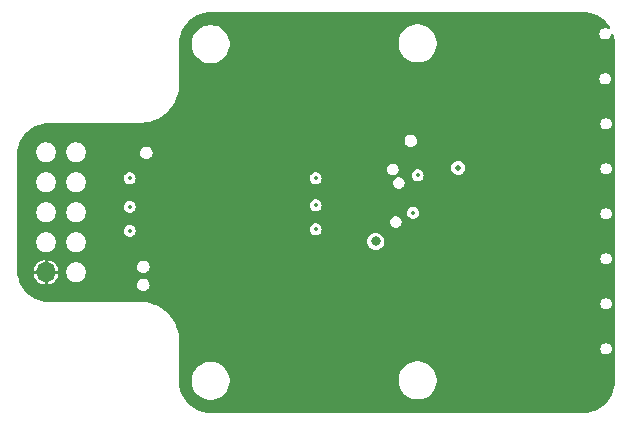
<source format=gbr>
%TF.GenerationSoftware,KiCad,Pcbnew,8.0.4*%
%TF.CreationDate,2024-07-26T08:44:17-07:00*%
%TF.ProjectId,GOLD,474f4c44-2e6b-4696-9361-645f70636258,0*%
%TF.SameCoordinates,Original*%
%TF.FileFunction,Copper,L3,Inr*%
%TF.FilePolarity,Positive*%
%FSLAX46Y46*%
G04 Gerber Fmt 4.6, Leading zero omitted, Abs format (unit mm)*
G04 Created by KiCad (PCBNEW 8.0.4) date 2024-07-26 08:44:17*
%MOMM*%
%LPD*%
G01*
G04 APERTURE LIST*
%TA.AperFunction,ComponentPad*%
%ADD10O,1.700000X1.700000*%
%TD*%
%TA.AperFunction,ViaPad*%
%ADD11C,0.800000*%
%TD*%
%TA.AperFunction,ViaPad*%
%ADD12C,0.500000*%
%TD*%
%TA.AperFunction,ViaPad*%
%ADD13C,0.350000*%
%TD*%
G04 APERTURE END LIST*
D10*
%TO.N,+3.3V*%
%TO.C,J1*%
X-13931681Y9211679D03*
%TD*%
D11*
%TO.N,+3.3V*%
X19749869Y19304000D03*
X-9517481Y9652000D03*
D12*
X12656719Y18643600D03*
D11*
X-9517481Y8128000D03*
D12*
X15577719Y14732000D03*
D13*
%TO.N,GND*%
X-6850481Y14732000D03*
X17533519Y17399000D03*
X8897519Y14859000D03*
D11*
X13977519Y11811000D03*
D12*
X20962519Y18034000D03*
D13*
X8897519Y12827000D03*
X8897519Y17145000D03*
X-6850481Y12700000D03*
X17152519Y14224000D03*
X-6850481Y17145000D03*
%TD*%
%TA.AperFunction,Conductor*%
%TO.N,+3.3V*%
G36*
X31555044Y31222663D02*
G01*
X31846703Y31206283D01*
X31860739Y31204702D01*
X32145244Y31156362D01*
X32159002Y31153222D01*
X32436309Y31073331D01*
X32449640Y31068666D01*
X32716249Y30958232D01*
X32728979Y30952101D01*
X32981548Y30812512D01*
X32993498Y30805003D01*
X33215277Y30647641D01*
X33228854Y30638008D01*
X33239901Y30629198D01*
X33455069Y30436910D01*
X33465051Y30426929D01*
X33657359Y30211735D01*
X33666150Y30200711D01*
X33709233Y30139991D01*
X33819404Y29984719D01*
X33842510Y29917588D01*
X33825655Y29848621D01*
X33774189Y29799716D01*
X33704452Y29786398D01*
X33648524Y29805808D01*
X33610262Y29830397D01*
X33477636Y29869341D01*
X33477633Y29869341D01*
X33339405Y29869341D01*
X33339401Y29869341D01*
X33206775Y29830397D01*
X33090491Y29755667D01*
X33090487Y29755664D01*
X32999972Y29651204D01*
X32942548Y29525462D01*
X32942546Y29525456D01*
X32922876Y29388645D01*
X32922876Y29388638D01*
X32942546Y29251827D01*
X32942547Y29251822D01*
X32942548Y29251820D01*
X32993948Y29139269D01*
X32999972Y29126079D01*
X33090487Y29021619D01*
X33090491Y29021616D01*
X33148633Y28984251D01*
X33206776Y28946885D01*
X33313124Y28915658D01*
X33339401Y28907942D01*
X33339402Y28907942D01*
X33339405Y28907941D01*
X33339408Y28907941D01*
X33477630Y28907941D01*
X33477633Y28907941D01*
X33610262Y28946885D01*
X33726548Y29021617D01*
X33726550Y29021619D01*
X33817065Y29126079D01*
X33817065Y29126081D01*
X33817068Y29126083D01*
X33874490Y29251820D01*
X33881597Y29301255D01*
X33911088Y29365832D01*
X33970814Y29404217D01*
X34041810Y29404218D01*
X34101537Y29365835D01*
X34127390Y29318202D01*
X34181363Y29130855D01*
X34184507Y29117079D01*
X34232842Y28832586D01*
X34234424Y28818545D01*
X34250820Y28526556D01*
X34251018Y28519492D01*
X34251018Y28465619D01*
X34251019Y28465606D01*
X34251019Y55326D01*
X34251018Y55308D01*
X34251018Y3535D01*
X34250820Y-3529D01*
X34234443Y-295187D01*
X34232861Y-309228D01*
X34184526Y-593722D01*
X34181382Y-607498D01*
X34101495Y-884797D01*
X34096828Y-898134D01*
X33986395Y-1164745D01*
X33980264Y-1177475D01*
X33840676Y-1430043D01*
X33833164Y-1441999D01*
X33666173Y-1677354D01*
X33657363Y-1688401D01*
X33465079Y-1903568D01*
X33455088Y-1913560D01*
X33239913Y-2105853D01*
X33228866Y-2114663D01*
X32993512Y-2281656D01*
X32981548Y-2289173D01*
X32728986Y-2428760D01*
X32716256Y-2434891D01*
X32449650Y-2545324D01*
X32436312Y-2549991D01*
X32159015Y-2629879D01*
X32145240Y-2633023D01*
X31860743Y-2681361D01*
X31846702Y-2682943D01*
X31555418Y-2699302D01*
X31548353Y-2699500D01*
X3540Y-2699500D01*
X-3525Y-2699302D01*
X-13780Y-2698726D01*
X-295179Y-2682921D01*
X-309219Y-2681339D01*
X-593720Y-2632999D01*
X-607496Y-2629854D01*
X-884777Y-2549968D01*
X-898107Y-2545305D01*
X-1164725Y-2434867D01*
X-1177452Y-2428737D01*
X-1430020Y-2289144D01*
X-1441983Y-2281627D01*
X-1677324Y-2114641D01*
X-1688371Y-2105831D01*
X-1903538Y-1913544D01*
X-1913529Y-1903553D01*
X-2105821Y-1688376D01*
X-2114619Y-1677344D01*
X-2281614Y-1441984D01*
X-2289127Y-1430026D01*
X-2428717Y-1177451D01*
X-2434847Y-1164721D01*
X-2545273Y-898125D01*
X-2549937Y-884797D01*
X-2629828Y-607481D01*
X-2632968Y-593722D01*
X-2681305Y-309221D01*
X-2682886Y-295184D01*
X-2699274Y-3342D01*
X-2699469Y4473D01*
X-2699199Y48494D01*
X-2698723Y126277D01*
X-1596981Y126277D01*
X-1596981Y-126277D01*
X-1557472Y-375721D01*
X-1557471Y-375725D01*
X-1482166Y-607493D01*
X-1479429Y-615914D01*
X-1364772Y-840941D01*
X-1216325Y-1045261D01*
X-1216323Y-1045263D01*
X-1216321Y-1045266D01*
X-1037748Y-1223839D01*
X-1037745Y-1223841D01*
X-1037742Y-1223844D01*
X-833422Y-1372291D01*
X-608395Y-1486948D01*
X-368202Y-1564991D01*
X-118758Y-1604500D01*
X-118755Y-1604500D01*
X133793Y-1604500D01*
X133796Y-1604500D01*
X383240Y-1564991D01*
X623433Y-1486948D01*
X848460Y-1372291D01*
X1052780Y-1223844D01*
X1231363Y-1045261D01*
X1379810Y-840941D01*
X1494467Y-615914D01*
X1572510Y-375721D01*
X1612019Y-126277D01*
X1612019Y126277D01*
X1603840Y177918D01*
X15929019Y177918D01*
X15929019Y-74636D01*
X15966176Y-309228D01*
X15968529Y-324084D01*
X16031216Y-517017D01*
X16046571Y-564273D01*
X16161228Y-789300D01*
X16309675Y-993620D01*
X16309677Y-993622D01*
X16309679Y-993625D01*
X16488252Y-1172198D01*
X16488255Y-1172200D01*
X16488258Y-1172203D01*
X16692578Y-1320650D01*
X16917605Y-1435307D01*
X17157798Y-1513350D01*
X17407242Y-1552859D01*
X17407245Y-1552859D01*
X17659793Y-1552859D01*
X17659796Y-1552859D01*
X17909240Y-1513350D01*
X18149433Y-1435307D01*
X18374460Y-1320650D01*
X18578780Y-1172203D01*
X18757363Y-993620D01*
X18905810Y-789300D01*
X19020467Y-564273D01*
X19098510Y-324080D01*
X19138019Y-74636D01*
X19138019Y177918D01*
X19098510Y427362D01*
X19020467Y667555D01*
X18905810Y892582D01*
X18757363Y1096902D01*
X18757360Y1096905D01*
X18757358Y1096908D01*
X18578785Y1275481D01*
X18578782Y1275483D01*
X18578780Y1275485D01*
X18374460Y1423932D01*
X18149433Y1538589D01*
X18149430Y1538590D01*
X18149428Y1538591D01*
X17909244Y1616631D01*
X17909242Y1616632D01*
X17909240Y1616632D01*
X17659796Y1656141D01*
X17407242Y1656141D01*
X17157798Y1616632D01*
X17157796Y1616632D01*
X17157793Y1616631D01*
X16917609Y1538591D01*
X16917603Y1538588D01*
X16692574Y1423930D01*
X16488255Y1275483D01*
X16488252Y1275481D01*
X16309679Y1096908D01*
X16309677Y1096905D01*
X16161230Y892586D01*
X16046572Y667557D01*
X16046569Y667551D01*
X15968529Y427367D01*
X15968528Y427364D01*
X15968528Y427362D01*
X15929019Y177918D01*
X1603840Y177918D01*
X1572510Y375721D01*
X1494467Y615914D01*
X1379810Y840941D01*
X1231363Y1045261D01*
X1231360Y1045264D01*
X1231358Y1045267D01*
X1052785Y1223840D01*
X1052782Y1223842D01*
X1052780Y1223844D01*
X848460Y1372291D01*
X623433Y1486948D01*
X623430Y1486949D01*
X623428Y1486950D01*
X383244Y1564990D01*
X383242Y1564991D01*
X383240Y1564991D01*
X133796Y1604500D01*
X-118758Y1604500D01*
X-368202Y1564991D01*
X-368204Y1564991D01*
X-368207Y1564990D01*
X-608391Y1486950D01*
X-608397Y1486947D01*
X-833426Y1372289D01*
X-1037745Y1223842D01*
X-1037748Y1223840D01*
X-1216321Y1045267D01*
X-1216323Y1045264D01*
X-1364770Y840945D01*
X-1479428Y615916D01*
X-1479431Y615910D01*
X-1557471Y375726D01*
X-1557472Y375723D01*
X-1557472Y375721D01*
X-1596981Y126277D01*
X-2698723Y126277D01*
X-2682859Y2718645D01*
X32999076Y2718645D01*
X32999076Y2718638D01*
X33018746Y2581827D01*
X33018748Y2581821D01*
X33076172Y2456079D01*
X33166687Y2351619D01*
X33166691Y2351616D01*
X33224833Y2314251D01*
X33282976Y2276885D01*
X33389324Y2245658D01*
X33415601Y2237942D01*
X33415602Y2237942D01*
X33415605Y2237941D01*
X33415608Y2237941D01*
X33553830Y2237941D01*
X33553833Y2237941D01*
X33686462Y2276885D01*
X33802748Y2351617D01*
X33893268Y2456083D01*
X33950690Y2581820D01*
X33970362Y2718641D01*
X33970362Y2718645D01*
X33950691Y2855456D01*
X33950690Y2855457D01*
X33950690Y2855462D01*
X33893268Y2981199D01*
X33893266Y2981201D01*
X33893265Y2981204D01*
X33802750Y3085664D01*
X33802746Y3085667D01*
X33686462Y3160397D01*
X33553836Y3199341D01*
X33553833Y3199341D01*
X33415605Y3199341D01*
X33415601Y3199341D01*
X33282975Y3160397D01*
X33166691Y3085667D01*
X33166687Y3085664D01*
X33076172Y2981204D01*
X33018748Y2855462D01*
X33018746Y2855456D01*
X32999076Y2718645D01*
X-2682859Y2718645D01*
X-2679186Y3318941D01*
X-2678993Y3321249D01*
X-2678831Y3376611D01*
X-2678830Y3377013D01*
X-2678818Y3379016D01*
X-2678592Y3415861D01*
X-2678594Y3415867D01*
X-2678555Y3422173D01*
X-2678752Y3425376D01*
X-2678398Y3550302D01*
X-2713635Y3894584D01*
X-2713635Y3894588D01*
X-2784733Y4233282D01*
X-2890907Y4562669D01*
X-2890913Y4562685D01*
X-2970110Y4741593D01*
X-3030995Y4879136D01*
X-3203451Y5179187D01*
X-3406381Y5459529D01*
X-3637552Y5717078D01*
X-3637559Y5717085D01*
X-3894413Y5948993D01*
X-3894424Y5949003D01*
X-4030267Y6047942D01*
X-4174163Y6152747D01*
X-4174165Y6152749D01*
X-4174170Y6152752D01*
X-4174174Y6152755D01*
X-4174181Y6152759D01*
X-4473718Y6326086D01*
X-4473722Y6326088D01*
X-4621050Y6391821D01*
X-4789766Y6467097D01*
X-4789772Y6467099D01*
X-4789781Y6467103D01*
X-4978810Y6528645D01*
X32999076Y6528645D01*
X32999076Y6528638D01*
X33018746Y6391827D01*
X33018748Y6391821D01*
X33076172Y6266079D01*
X33166687Y6161619D01*
X33166691Y6161616D01*
X33180473Y6152759D01*
X33282976Y6086885D01*
X33389324Y6055658D01*
X33415601Y6047942D01*
X33415602Y6047942D01*
X33415605Y6047941D01*
X33415608Y6047941D01*
X33553830Y6047941D01*
X33553833Y6047941D01*
X33686462Y6086885D01*
X33802748Y6161617D01*
X33893268Y6266083D01*
X33950690Y6391820D01*
X33970362Y6528641D01*
X33970362Y6528645D01*
X33950691Y6665456D01*
X33950690Y6665457D01*
X33950690Y6665462D01*
X33893268Y6791199D01*
X33893266Y6791201D01*
X33893265Y6791204D01*
X33802750Y6895664D01*
X33802746Y6895667D01*
X33686462Y6970397D01*
X33553836Y7009341D01*
X33553833Y7009341D01*
X33415605Y7009341D01*
X33415601Y7009341D01*
X33282975Y6970397D01*
X33166691Y6895667D01*
X33166687Y6895664D01*
X33076172Y6791204D01*
X33018748Y6665462D01*
X33018746Y6665456D01*
X32999076Y6528645D01*
X-4978810Y6528645D01*
X-5118848Y6574237D01*
X-5118857Y6574240D01*
X-5457322Y6646323D01*
X-5457333Y6646325D01*
X-5457334Y6646325D01*
X-5457337Y6646326D01*
X-5457341Y6646326D01*
X-5801514Y6682571D01*
X-5926750Y6682584D01*
X-5926822Y6682588D01*
X-5934993Y6682588D01*
X-5974551Y6682588D01*
X-5974557Y6682589D01*
X-6022147Y6682589D01*
X-6022148Y6682589D01*
X-6032296Y6682589D01*
X-6032308Y6682588D01*
X-13622484Y6682588D01*
X-13622496Y6682589D01*
X-13676705Y6682589D01*
X-13683768Y6682787D01*
X-13975427Y6699162D01*
X-13989468Y6700744D01*
X-14273965Y6749077D01*
X-14287741Y6752221D01*
X-14500736Y6813581D01*
X-14565045Y6832108D01*
X-14578374Y6836772D01*
X-14720564Y6895667D01*
X-14844983Y6947202D01*
X-14857714Y6953332D01*
X-15110285Y7092920D01*
X-15122249Y7100438D01*
X-15357597Y7267423D01*
X-15368644Y7276233D01*
X-15583822Y7468526D01*
X-15593813Y7478517D01*
X-15786108Y7693693D01*
X-15794918Y7704740D01*
X-15961904Y7940082D01*
X-15969422Y7952046D01*
X-16066670Y8128001D01*
X-6242760Y8128001D01*
X-6242760Y8128000D01*
X-6224522Y7989462D01*
X-6171047Y7860362D01*
X-6171042Y7860354D01*
X-6085981Y7749501D01*
X-5975128Y7664440D01*
X-5975121Y7664435D01*
X-5846021Y7610960D01*
X-5707481Y7592721D01*
X-5568941Y7610960D01*
X-5439841Y7664435D01*
X-5328982Y7749501D01*
X-5243916Y7860360D01*
X-5190441Y7989460D01*
X-5172202Y8128000D01*
X-5177191Y8165892D01*
X-5190441Y8266539D01*
X-5190441Y8266540D01*
X-5243916Y8395639D01*
X-5257163Y8412903D01*
X-5328982Y8506500D01*
X-5439835Y8591561D01*
X-5439843Y8591566D01*
X-5568943Y8645041D01*
X-5707481Y8663279D01*
X-5846020Y8645041D01*
X-5897489Y8623721D01*
X-5975120Y8591565D01*
X-5975121Y8591564D01*
X-5975127Y8591561D01*
X-6085981Y8506500D01*
X-6171042Y8395646D01*
X-6171045Y8395641D01*
X-6171046Y8395639D01*
X-6177118Y8380980D01*
X-6224522Y8266539D01*
X-6242760Y8128001D01*
X-16066670Y8128001D01*
X-16109013Y8204615D01*
X-16115144Y8217346D01*
X-16222085Y8475523D01*
X-16225578Y8483956D01*
X-16230244Y8497290D01*
X-16257403Y8591561D01*
X-16310134Y8774597D01*
X-16313274Y8788355D01*
X-16361615Y9072863D01*
X-16363196Y9086903D01*
X-16365609Y9129867D01*
X-16377334Y9338680D01*
X-14977469Y9338680D01*
X-14977468Y9338679D01*
X-14415289Y9338679D01*
X-14431681Y9277505D01*
X-14431681Y9145853D01*
X-14415289Y9084679D01*
X-14977468Y9084679D01*
X-14969644Y9005224D01*
X-14909419Y8806687D01*
X-14811622Y8623721D01*
X-14680009Y8463352D01*
X-14519640Y8331739D01*
X-14336674Y8233942D01*
X-14138137Y8173717D01*
X-14058682Y8165892D01*
X-14058681Y8165893D01*
X-14058681Y8728071D01*
X-13997507Y8711679D01*
X-13865855Y8711679D01*
X-13804681Y8728071D01*
X-13804681Y8165892D01*
X-13725226Y8173717D01*
X-13526689Y8233942D01*
X-13343723Y8331739D01*
X-13183354Y8463352D01*
X-13051741Y8623721D01*
X-12953944Y8806687D01*
X-12893719Y9005224D01*
X-12885894Y9084679D01*
X-13448073Y9084679D01*
X-13431681Y9145853D01*
X-13431681Y9277505D01*
X-13435966Y9293496D01*
X-12222381Y9293496D01*
X-12222381Y9129862D01*
X-12190457Y8969373D01*
X-12127837Y8818195D01*
X-12036928Y8682139D01*
X-12036927Y8682138D01*
X-12036922Y8682132D01*
X-11921229Y8566439D01*
X-11921223Y8566434D01*
X-11921221Y8566432D01*
X-11785165Y8475523D01*
X-11633987Y8412903D01*
X-11473498Y8380979D01*
X-11473493Y8380979D01*
X-11309869Y8380979D01*
X-11309864Y8380979D01*
X-11149375Y8412903D01*
X-10998197Y8475523D01*
X-10862141Y8566432D01*
X-10746434Y8682139D01*
X-10655525Y8818195D01*
X-10592905Y8969373D01*
X-10560981Y9129862D01*
X-10560981Y9293496D01*
X-10592905Y9453985D01*
X-10655525Y9605163D01*
X-10686821Y9652001D01*
X-6242760Y9652001D01*
X-6242760Y9652000D01*
X-6224522Y9513462D01*
X-6171047Y9384362D01*
X-6171042Y9384354D01*
X-6085981Y9273501D01*
X-6002073Y9209116D01*
X-5975121Y9188435D01*
X-5846021Y9134960D01*
X-5707481Y9116721D01*
X-5568941Y9134960D01*
X-5439841Y9188435D01*
X-5328982Y9273501D01*
X-5243916Y9384360D01*
X-5190441Y9513460D01*
X-5172202Y9652000D01*
X-5190441Y9790540D01*
X-5243916Y9919639D01*
X-5243921Y9919646D01*
X-5328982Y10030500D01*
X-5439835Y10115561D01*
X-5439843Y10115566D01*
X-5568943Y10169041D01*
X-5707481Y10187279D01*
X-5846020Y10169041D01*
X-5910571Y10142303D01*
X-5975120Y10115565D01*
X-5975121Y10115564D01*
X-5975127Y10115561D01*
X-6085981Y10030500D01*
X-6171042Y9919646D01*
X-6171045Y9919641D01*
X-6171046Y9919639D01*
X-6180471Y9896885D01*
X-6224522Y9790539D01*
X-6242760Y9652001D01*
X-10686821Y9652001D01*
X-10746434Y9741219D01*
X-10746436Y9741221D01*
X-10746441Y9741227D01*
X-10862134Y9856920D01*
X-10862140Y9856925D01*
X-10862141Y9856926D01*
X-10998197Y9947835D01*
X-11093529Y9987323D01*
X-11149372Y10010454D01*
X-11149375Y10010455D01*
X-11309864Y10042379D01*
X-11473498Y10042379D01*
X-11533216Y10030500D01*
X-11633988Y10010455D01*
X-11633991Y10010454D01*
X-11785165Y9947835D01*
X-11921223Y9856925D01*
X-11921229Y9856920D01*
X-12036922Y9741227D01*
X-12036927Y9741221D01*
X-12127837Y9605163D01*
X-12190456Y9453989D01*
X-12190457Y9453986D01*
X-12190457Y9453985D01*
X-12222381Y9293496D01*
X-13435966Y9293496D01*
X-13448073Y9338679D01*
X-12885894Y9338679D01*
X-12885894Y9338680D01*
X-12893719Y9418135D01*
X-12953944Y9616672D01*
X-13051741Y9799638D01*
X-13183354Y9960007D01*
X-13343723Y10091620D01*
X-13526688Y10189417D01*
X-13725221Y10249640D01*
X-13804681Y10257467D01*
X-13804681Y9695288D01*
X-13865855Y9711679D01*
X-13997507Y9711679D01*
X-14058681Y9695288D01*
X-14058681Y10257467D01*
X-14138142Y10249640D01*
X-14336675Y10189417D01*
X-14519640Y10091620D01*
X-14680009Y9960007D01*
X-14811622Y9799638D01*
X-14909419Y9616672D01*
X-14969644Y9418135D01*
X-14977469Y9338680D01*
X-16377334Y9338680D01*
X-16379537Y9377904D01*
X-16379735Y9384968D01*
X-16379735Y10338645D01*
X32999076Y10338645D01*
X32999076Y10338638D01*
X33018746Y10201827D01*
X33018747Y10201822D01*
X33018748Y10201820D01*
X33025389Y10187279D01*
X33076172Y10076079D01*
X33166687Y9971619D01*
X33166691Y9971616D01*
X33203696Y9947835D01*
X33282976Y9896885D01*
X33389324Y9865658D01*
X33415601Y9857942D01*
X33415602Y9857942D01*
X33415605Y9857941D01*
X33415608Y9857941D01*
X33553830Y9857941D01*
X33553833Y9857941D01*
X33686462Y9896885D01*
X33802748Y9971617D01*
X33802750Y9971619D01*
X33893265Y10076079D01*
X33893265Y10076081D01*
X33893268Y10076083D01*
X33950690Y10201820D01*
X33970362Y10338641D01*
X33970362Y10338645D01*
X33950691Y10475456D01*
X33950690Y10475457D01*
X33950690Y10475462D01*
X33893268Y10601199D01*
X33893266Y10601201D01*
X33893265Y10601204D01*
X33802750Y10705664D01*
X33802746Y10705667D01*
X33686462Y10780397D01*
X33553836Y10819341D01*
X33553833Y10819341D01*
X33415605Y10819341D01*
X33415601Y10819341D01*
X33282975Y10780397D01*
X33166691Y10705667D01*
X33166687Y10705664D01*
X33076172Y10601204D01*
X33018748Y10475462D01*
X33018746Y10475456D01*
X32999076Y10338645D01*
X-16379735Y10338645D01*
X-16379735Y11833496D01*
X-14762381Y11833496D01*
X-14762381Y11669862D01*
X-14730457Y11509373D01*
X-14667837Y11358195D01*
X-14586257Y11236101D01*
X-14576927Y11222138D01*
X-14576922Y11222132D01*
X-14461229Y11106439D01*
X-14461223Y11106434D01*
X-14461221Y11106432D01*
X-14325165Y11015523D01*
X-14173987Y10952903D01*
X-14013498Y10920979D01*
X-14013493Y10920979D01*
X-13849869Y10920979D01*
X-13849864Y10920979D01*
X-13689375Y10952903D01*
X-13538197Y11015523D01*
X-13402141Y11106432D01*
X-13286434Y11222139D01*
X-13195525Y11358195D01*
X-13132905Y11509373D01*
X-13100981Y11669862D01*
X-13100981Y11833496D01*
X-12222381Y11833496D01*
X-12222381Y11669862D01*
X-12190457Y11509373D01*
X-12127837Y11358195D01*
X-12046257Y11236101D01*
X-12036927Y11222138D01*
X-12036922Y11222132D01*
X-11921229Y11106439D01*
X-11921223Y11106434D01*
X-11921221Y11106432D01*
X-11785165Y11015523D01*
X-11633987Y10952903D01*
X-11473498Y10920979D01*
X-11473493Y10920979D01*
X-11309869Y10920979D01*
X-11309864Y10920979D01*
X-11149375Y10952903D01*
X-10998197Y11015523D01*
X-10862141Y11106432D01*
X-10746434Y11222139D01*
X-10655525Y11358195D01*
X-10592905Y11509373D01*
X-10560981Y11669862D01*
X-10560981Y11811000D01*
X13242195Y11811000D01*
X13260631Y11647375D01*
X13260632Y11647373D01*
X13315014Y11491956D01*
X13315015Y11491955D01*
X13402620Y11352533D01*
X13402623Y11352530D01*
X13402623Y11352529D01*
X13519047Y11236105D01*
X13519049Y11236104D01*
X13519052Y11236101D01*
X13658474Y11148496D01*
X13813894Y11094112D01*
X13977519Y11075676D01*
X14141144Y11094112D01*
X14296564Y11148496D01*
X14435986Y11236101D01*
X14552418Y11352533D01*
X14640023Y11491955D01*
X14694407Y11647375D01*
X14712843Y11811000D01*
X14694407Y11974625D01*
X14640023Y12130045D01*
X14552418Y12269467D01*
X14552414Y12269471D01*
X14552414Y12269472D01*
X14435990Y12385896D01*
X14435987Y12385898D01*
X14435986Y12385899D01*
X14348472Y12440888D01*
X14296563Y12473505D01*
X14190239Y12510709D01*
X14141144Y12527888D01*
X13977519Y12546324D01*
X13813894Y12527888D01*
X13813891Y12527888D01*
X13813891Y12527887D01*
X13658474Y12473505D01*
X13579350Y12423787D01*
X13519052Y12385899D01*
X13519050Y12385898D01*
X13519048Y12385896D01*
X13519047Y12385896D01*
X13402623Y12269472D01*
X13402623Y12269471D01*
X13315014Y12130045D01*
X13267407Y11993989D01*
X13260631Y11974625D01*
X13242195Y11811000D01*
X-10560981Y11811000D01*
X-10560981Y11833496D01*
X-10592905Y11993985D01*
X-10655525Y12145163D01*
X-10746434Y12281219D01*
X-10746436Y12281221D01*
X-10746441Y12281227D01*
X-10862134Y12396920D01*
X-10862140Y12396925D01*
X-10902342Y12423787D01*
X-10998197Y12487835D01*
X-11094893Y12527888D01*
X-11149372Y12550454D01*
X-11149375Y12550455D01*
X-11177568Y12556063D01*
X-11309864Y12582379D01*
X-11473498Y12582379D01*
X-11553743Y12566417D01*
X-11633988Y12550455D01*
X-11633991Y12550454D01*
X-11785165Y12487835D01*
X-11921223Y12396925D01*
X-11921229Y12396920D01*
X-12036922Y12281227D01*
X-12036927Y12281221D01*
X-12127837Y12145163D01*
X-12190456Y11993989D01*
X-12190457Y11993986D01*
X-12194308Y11974625D01*
X-12222381Y11833496D01*
X-13100981Y11833496D01*
X-13132905Y11993985D01*
X-13195525Y12145163D01*
X-13286434Y12281219D01*
X-13286436Y12281221D01*
X-13286441Y12281227D01*
X-13402134Y12396920D01*
X-13402140Y12396925D01*
X-13442342Y12423787D01*
X-13538197Y12487835D01*
X-13634893Y12527888D01*
X-13689372Y12550454D01*
X-13689375Y12550455D01*
X-13717568Y12556063D01*
X-13849864Y12582379D01*
X-14013498Y12582379D01*
X-14093743Y12566417D01*
X-14173988Y12550455D01*
X-14173991Y12550454D01*
X-14325165Y12487835D01*
X-14461223Y12396925D01*
X-14461229Y12396920D01*
X-14576922Y12281227D01*
X-14576927Y12281221D01*
X-14667837Y12145163D01*
X-14730456Y11993989D01*
X-14730457Y11993986D01*
X-14734308Y11974625D01*
X-14762381Y11833496D01*
X-16379735Y11833496D01*
X-16379735Y12700000D01*
X-7361381Y12700000D01*
X-7340686Y12556063D01*
X-7280277Y12423787D01*
X-7185049Y12313888D01*
X-7062717Y12235269D01*
X-6943925Y12200389D01*
X-6923194Y12194301D01*
X-6923193Y12194301D01*
X-6923190Y12194300D01*
X-6923187Y12194300D01*
X-6777775Y12194300D01*
X-6777772Y12194300D01*
X-6638245Y12235269D01*
X-6515913Y12313888D01*
X-6420685Y12423787D01*
X-6360276Y12556063D01*
X-6339581Y12700000D01*
X-6357841Y12827000D01*
X8386619Y12827000D01*
X8407314Y12683063D01*
X8467723Y12550787D01*
X8562951Y12440888D01*
X8685283Y12362269D01*
X8804075Y12327389D01*
X8824806Y12321301D01*
X8824807Y12321301D01*
X8824810Y12321300D01*
X8824813Y12321300D01*
X8970225Y12321300D01*
X8970228Y12321300D01*
X9109755Y12362269D01*
X9232087Y12440888D01*
X9327315Y12550787D01*
X9387724Y12683063D01*
X9408419Y12827000D01*
X9387724Y12970937D01*
X9327315Y13103213D01*
X9232087Y13213112D01*
X9232086Y13213113D01*
X9170921Y13252422D01*
X9109755Y13291731D01*
X9074873Y13301974D01*
X8970231Y13332700D01*
X8970228Y13332700D01*
X8824810Y13332700D01*
X8824806Y13332700D01*
X8685283Y13291731D01*
X8685281Y13291730D01*
X8562951Y13213113D01*
X8467723Y13103214D01*
X8409724Y12976214D01*
X8407314Y12970937D01*
X8386619Y12827000D01*
X-6357841Y12827000D01*
X-6360276Y12843937D01*
X-6420685Y12976213D01*
X-6515913Y13086112D01*
X-6515914Y13086113D01*
X-6577079Y13125422D01*
X-6638245Y13164731D01*
X-6673127Y13174974D01*
X-6777769Y13205700D01*
X-6777772Y13205700D01*
X-6923190Y13205700D01*
X-6923194Y13205700D01*
X-7062717Y13164731D01*
X-7062719Y13164730D01*
X-7185049Y13086113D01*
X-7280277Y12976214D01*
X-7282686Y12970937D01*
X-7340686Y12843937D01*
X-7361381Y12700000D01*
X-16379735Y12700000D01*
X-16379735Y14373496D01*
X-14762381Y14373496D01*
X-14762381Y14209862D01*
X-14736562Y14080063D01*
X-14730457Y14049373D01*
X-14730456Y14049370D01*
X-14714902Y14011820D01*
X-14667837Y13898195D01*
X-14589942Y13781616D01*
X-14576927Y13762138D01*
X-14576922Y13762132D01*
X-14461229Y13646439D01*
X-14461223Y13646434D01*
X-14461221Y13646432D01*
X-14325165Y13555523D01*
X-14173987Y13492903D01*
X-14013498Y13460979D01*
X-14013493Y13460979D01*
X-13849869Y13460979D01*
X-13849864Y13460979D01*
X-13689375Y13492903D01*
X-13538197Y13555523D01*
X-13402141Y13646432D01*
X-13286434Y13762139D01*
X-13195525Y13898195D01*
X-13132905Y14049373D01*
X-13100981Y14209862D01*
X-13100981Y14373496D01*
X-12222381Y14373496D01*
X-12222381Y14209862D01*
X-12196562Y14080063D01*
X-12190457Y14049373D01*
X-12190456Y14049370D01*
X-12174902Y14011820D01*
X-12127837Y13898195D01*
X-12049942Y13781616D01*
X-12036927Y13762138D01*
X-12036922Y13762132D01*
X-11921229Y13646439D01*
X-11921223Y13646434D01*
X-11921221Y13646432D01*
X-11785165Y13555523D01*
X-11633987Y13492903D01*
X-11473498Y13460979D01*
X-11473493Y13460979D01*
X-11309869Y13460979D01*
X-11309864Y13460979D01*
X-11304711Y13462004D01*
X15200226Y13462004D01*
X15200226Y13461997D01*
X15219896Y13325186D01*
X15219897Y13325181D01*
X15219898Y13325179D01*
X15235174Y13291730D01*
X15277322Y13199438D01*
X15367837Y13094978D01*
X15367841Y13094975D01*
X15425983Y13057610D01*
X15484126Y13020244D01*
X15590474Y12989017D01*
X15616751Y12981301D01*
X15616752Y12981301D01*
X15616755Y12981300D01*
X15616758Y12981300D01*
X15754980Y12981300D01*
X15754983Y12981300D01*
X15887612Y13020244D01*
X16003898Y13094976D01*
X16003900Y13094978D01*
X16094415Y13199438D01*
X16094415Y13199440D01*
X16094418Y13199442D01*
X16151840Y13325179D01*
X16152921Y13332700D01*
X16171512Y13461997D01*
X16171512Y13462004D01*
X16151841Y13598815D01*
X16151840Y13598816D01*
X16151840Y13598821D01*
X16094418Y13724558D01*
X16094416Y13724560D01*
X16094415Y13724563D01*
X16003900Y13829023D01*
X16003896Y13829026D01*
X15887612Y13903756D01*
X15754986Y13942700D01*
X15754983Y13942700D01*
X15616755Y13942700D01*
X15616751Y13942700D01*
X15484125Y13903756D01*
X15367841Y13829026D01*
X15367837Y13829023D01*
X15277322Y13724563D01*
X15219898Y13598821D01*
X15219896Y13598815D01*
X15200226Y13462004D01*
X-11304711Y13462004D01*
X-11149375Y13492903D01*
X-10998197Y13555523D01*
X-10862141Y13646432D01*
X-10746434Y13762139D01*
X-10655525Y13898195D01*
X-10592905Y14049373D01*
X-10560981Y14209862D01*
X-10560981Y14224000D01*
X16641619Y14224000D01*
X16662314Y14080063D01*
X16722723Y13947787D01*
X16817951Y13837888D01*
X16940283Y13759269D01*
X17058480Y13724563D01*
X17079806Y13718301D01*
X17079807Y13718301D01*
X17079810Y13718300D01*
X17079813Y13718300D01*
X17225225Y13718300D01*
X17225228Y13718300D01*
X17364755Y13759269D01*
X17487087Y13837888D01*
X17582315Y13947787D01*
X17642724Y14080063D01*
X17652585Y14148645D01*
X32999076Y14148645D01*
X32999076Y14148638D01*
X33018746Y14011827D01*
X33018748Y14011821D01*
X33076172Y13886079D01*
X33166687Y13781619D01*
X33166691Y13781616D01*
X33197000Y13762138D01*
X33282976Y13706885D01*
X33389324Y13675658D01*
X33415601Y13667942D01*
X33415602Y13667942D01*
X33415605Y13667941D01*
X33415608Y13667941D01*
X33553830Y13667941D01*
X33553833Y13667941D01*
X33686462Y13706885D01*
X33802748Y13781617D01*
X33802750Y13781619D01*
X33893265Y13886079D01*
X33893265Y13886081D01*
X33893268Y13886083D01*
X33950690Y14011820D01*
X33970362Y14148641D01*
X33970362Y14148645D01*
X33950691Y14285456D01*
X33950690Y14285457D01*
X33950690Y14285462D01*
X33893268Y14411199D01*
X33893266Y14411201D01*
X33893265Y14411204D01*
X33802750Y14515664D01*
X33802746Y14515667D01*
X33686462Y14590397D01*
X33553836Y14629341D01*
X33553833Y14629341D01*
X33415605Y14629341D01*
X33415601Y14629341D01*
X33282975Y14590397D01*
X33166691Y14515667D01*
X33166687Y14515664D01*
X33076172Y14411204D01*
X33018748Y14285462D01*
X33018746Y14285456D01*
X32999076Y14148645D01*
X17652585Y14148645D01*
X17663419Y14224000D01*
X17642724Y14367937D01*
X17582315Y14500213D01*
X17487087Y14610112D01*
X17487086Y14610113D01*
X17425921Y14649422D01*
X17364755Y14688731D01*
X17329873Y14698974D01*
X17225231Y14729700D01*
X17225228Y14729700D01*
X17079810Y14729700D01*
X17079806Y14729700D01*
X16940283Y14688731D01*
X16940281Y14688730D01*
X16817951Y14610113D01*
X16722723Y14500214D01*
X16662314Y14367938D01*
X16659144Y14345888D01*
X16641619Y14224000D01*
X-10560981Y14224000D01*
X-10560981Y14373496D01*
X-10592905Y14533985D01*
X-10655525Y14685163D01*
X-10686820Y14732000D01*
X-7361381Y14732000D01*
X-7340686Y14588063D01*
X-7280277Y14455787D01*
X-7185049Y14345888D01*
X-7062717Y14267269D01*
X-6943925Y14232389D01*
X-6923194Y14226301D01*
X-6923193Y14226301D01*
X-6923190Y14226300D01*
X-6923187Y14226300D01*
X-6777775Y14226300D01*
X-6777772Y14226300D01*
X-6638245Y14267269D01*
X-6515913Y14345888D01*
X-6420685Y14455787D01*
X-6360276Y14588063D01*
X-6339581Y14732000D01*
X-6357841Y14859000D01*
X8386619Y14859000D01*
X8407314Y14715063D01*
X8467723Y14582787D01*
X8562951Y14472888D01*
X8685283Y14394269D01*
X8804075Y14359389D01*
X8824806Y14353301D01*
X8824807Y14353301D01*
X8824810Y14353300D01*
X8824813Y14353300D01*
X8970225Y14353300D01*
X8970228Y14353300D01*
X9109755Y14394269D01*
X9232087Y14472888D01*
X9327315Y14582787D01*
X9387724Y14715063D01*
X9408419Y14859000D01*
X9387724Y15002937D01*
X9327315Y15135213D01*
X9232087Y15245112D01*
X9232086Y15245113D01*
X9170921Y15284422D01*
X9109755Y15323731D01*
X9074873Y15333974D01*
X8970231Y15364700D01*
X8970228Y15364700D01*
X8824810Y15364700D01*
X8824806Y15364700D01*
X8685283Y15323731D01*
X8685281Y15323730D01*
X8562951Y15245113D01*
X8467723Y15135214D01*
X8409724Y15008214D01*
X8407314Y15002937D01*
X8386619Y14859000D01*
X-6357841Y14859000D01*
X-6360276Y14875937D01*
X-6420685Y15008213D01*
X-6515913Y15118112D01*
X-6515914Y15118113D01*
X-6577079Y15157422D01*
X-6638245Y15196731D01*
X-6673127Y15206974D01*
X-6777769Y15237700D01*
X-6777772Y15237700D01*
X-6923190Y15237700D01*
X-6923194Y15237700D01*
X-7062717Y15196731D01*
X-7062719Y15196730D01*
X-7185049Y15118113D01*
X-7280277Y15008214D01*
X-7312833Y14936925D01*
X-7340686Y14875937D01*
X-7361381Y14732000D01*
X-10686820Y14732000D01*
X-10746434Y14821219D01*
X-10746436Y14821221D01*
X-10746441Y14821227D01*
X-10862134Y14936920D01*
X-10862140Y14936925D01*
X-10862141Y14936926D01*
X-10998197Y15027835D01*
X-11093529Y15067323D01*
X-11149372Y15090454D01*
X-11149375Y15090455D01*
X-11309864Y15122379D01*
X-11473498Y15122379D01*
X-11553743Y15106417D01*
X-11633988Y15090455D01*
X-11633991Y15090454D01*
X-11785165Y15027835D01*
X-11921223Y14936925D01*
X-11921229Y14936920D01*
X-12036922Y14821227D01*
X-12036927Y14821221D01*
X-12127837Y14685163D01*
X-12190456Y14533989D01*
X-12190457Y14533986D01*
X-12197175Y14500214D01*
X-12222381Y14373496D01*
X-13100981Y14373496D01*
X-13132905Y14533985D01*
X-13195525Y14685163D01*
X-13286434Y14821219D01*
X-13286436Y14821221D01*
X-13286441Y14821227D01*
X-13402134Y14936920D01*
X-13402140Y14936925D01*
X-13402141Y14936926D01*
X-13538197Y15027835D01*
X-13633529Y15067323D01*
X-13689372Y15090454D01*
X-13689375Y15090455D01*
X-13849864Y15122379D01*
X-14013498Y15122379D01*
X-14093743Y15106417D01*
X-14173988Y15090455D01*
X-14173991Y15090454D01*
X-14325165Y15027835D01*
X-14461223Y14936925D01*
X-14461229Y14936920D01*
X-14576922Y14821227D01*
X-14576927Y14821221D01*
X-14667837Y14685163D01*
X-14730456Y14533989D01*
X-14730457Y14533986D01*
X-14737175Y14500214D01*
X-14762381Y14373496D01*
X-16379735Y14373496D01*
X-16379735Y16913496D01*
X-14762381Y16913496D01*
X-14762381Y16749862D01*
X-14730457Y16589373D01*
X-14667837Y16438195D01*
X-14576928Y16302139D01*
X-14576927Y16302138D01*
X-14576922Y16302132D01*
X-14461229Y16186439D01*
X-14461223Y16186434D01*
X-14461221Y16186432D01*
X-14325165Y16095523D01*
X-14173987Y16032903D01*
X-14013498Y16000979D01*
X-14013493Y16000979D01*
X-13849869Y16000979D01*
X-13849864Y16000979D01*
X-13689375Y16032903D01*
X-13538197Y16095523D01*
X-13402141Y16186432D01*
X-13286434Y16302139D01*
X-13195525Y16438195D01*
X-13132905Y16589373D01*
X-13100981Y16749862D01*
X-13100981Y16913496D01*
X-12222381Y16913496D01*
X-12222381Y16749862D01*
X-12190457Y16589373D01*
X-12127837Y16438195D01*
X-12036928Y16302139D01*
X-12036927Y16302138D01*
X-12036922Y16302132D01*
X-11921229Y16186439D01*
X-11921223Y16186434D01*
X-11921221Y16186432D01*
X-11785165Y16095523D01*
X-11633987Y16032903D01*
X-11473498Y16000979D01*
X-11473493Y16000979D01*
X-11309869Y16000979D01*
X-11309864Y16000979D01*
X-11149375Y16032903D01*
X-10998197Y16095523D01*
X-10862141Y16186432D01*
X-10746434Y16302139D01*
X-10655525Y16438195D01*
X-10592905Y16589373D01*
X-10560981Y16749862D01*
X-10560981Y16913496D01*
X-10592905Y17073985D01*
X-10622320Y17145000D01*
X-7361381Y17145000D01*
X-7340686Y17001063D01*
X-7280277Y16868787D01*
X-7185049Y16758888D01*
X-7062717Y16680269D01*
X-6943925Y16645389D01*
X-6923194Y16639301D01*
X-6923193Y16639301D01*
X-6923190Y16639300D01*
X-6923187Y16639300D01*
X-6777775Y16639300D01*
X-6777772Y16639300D01*
X-6638245Y16680269D01*
X-6515913Y16758888D01*
X-6420685Y16868787D01*
X-6360276Y17001063D01*
X-6339581Y17145000D01*
X8386619Y17145000D01*
X8407314Y17001063D01*
X8467723Y16868787D01*
X8562951Y16758888D01*
X8685283Y16680269D01*
X8804075Y16645389D01*
X8824806Y16639301D01*
X8824807Y16639301D01*
X8824810Y16639300D01*
X8824813Y16639300D01*
X8970225Y16639300D01*
X8970228Y16639300D01*
X9109755Y16680269D01*
X9232087Y16758888D01*
X9236520Y16764004D01*
X15454226Y16764004D01*
X15454226Y16763997D01*
X15473896Y16627186D01*
X15473897Y16627181D01*
X15473898Y16627179D01*
X15491165Y16589370D01*
X15531322Y16501438D01*
X15621837Y16396978D01*
X15621841Y16396975D01*
X15679983Y16359610D01*
X15738126Y16322244D01*
X15844474Y16291017D01*
X15870751Y16283301D01*
X15870752Y16283301D01*
X15870755Y16283300D01*
X15870758Y16283300D01*
X16008980Y16283300D01*
X16008983Y16283300D01*
X16141612Y16322244D01*
X16257898Y16396976D01*
X16257900Y16396978D01*
X16348415Y16501438D01*
X16348415Y16501440D01*
X16348418Y16501442D01*
X16405840Y16627179D01*
X16413473Y16680269D01*
X16425512Y16763997D01*
X16425512Y16764004D01*
X16405841Y16900815D01*
X16405840Y16900816D01*
X16405840Y16900821D01*
X16348418Y17026558D01*
X16348416Y17026560D01*
X16348415Y17026563D01*
X16257900Y17131023D01*
X16257896Y17131026D01*
X16141612Y17205756D01*
X16008986Y17244700D01*
X16008983Y17244700D01*
X15870755Y17244700D01*
X15870751Y17244700D01*
X15738125Y17205756D01*
X15621841Y17131026D01*
X15621837Y17131023D01*
X15531322Y17026563D01*
X15473898Y16900821D01*
X15473896Y16900815D01*
X15454226Y16764004D01*
X9236520Y16764004D01*
X9327315Y16868787D01*
X9387724Y17001063D01*
X9408419Y17145000D01*
X9387724Y17288937D01*
X9337459Y17399000D01*
X17022619Y17399000D01*
X17043314Y17255063D01*
X17103723Y17122787D01*
X17198951Y17012888D01*
X17321283Y16934269D01*
X17440075Y16899389D01*
X17460806Y16893301D01*
X17460807Y16893301D01*
X17460810Y16893300D01*
X17460813Y16893300D01*
X17606225Y16893300D01*
X17606228Y16893300D01*
X17745755Y16934269D01*
X17868087Y17012888D01*
X17963315Y17122787D01*
X18023724Y17255063D01*
X18044419Y17399000D01*
X18023724Y17542937D01*
X17963315Y17675213D01*
X17868087Y17785112D01*
X17868086Y17785113D01*
X17806921Y17824422D01*
X17745755Y17863731D01*
X17682151Y17882407D01*
X17606231Y17904700D01*
X17606228Y17904700D01*
X17460810Y17904700D01*
X17460806Y17904700D01*
X17321283Y17863731D01*
X17321281Y17863730D01*
X17198951Y17785113D01*
X17103723Y17675214D01*
X17043314Y17542938D01*
X17042888Y17539976D01*
X17022619Y17399000D01*
X9337459Y17399000D01*
X9327315Y17421213D01*
X9232087Y17531112D01*
X9232086Y17531113D01*
X9137942Y17591616D01*
X9109755Y17609731D01*
X9074873Y17619974D01*
X8970231Y17650700D01*
X8970228Y17650700D01*
X8824810Y17650700D01*
X8824806Y17650700D01*
X8685283Y17609731D01*
X8685281Y17609730D01*
X8562951Y17531113D01*
X8467723Y17421214D01*
X8457579Y17399000D01*
X8407314Y17288937D01*
X8386619Y17145000D01*
X-6339581Y17145000D01*
X-6360276Y17288937D01*
X-6420685Y17421213D01*
X-6515913Y17531112D01*
X-6515914Y17531113D01*
X-6610058Y17591616D01*
X-6638245Y17609731D01*
X-6673127Y17619974D01*
X-6777769Y17650700D01*
X-6777772Y17650700D01*
X-6923190Y17650700D01*
X-6923194Y17650700D01*
X-7062717Y17609731D01*
X-7062719Y17609730D01*
X-7185049Y17531113D01*
X-7280277Y17421214D01*
X-7290421Y17399000D01*
X-7340686Y17288937D01*
X-7361381Y17145000D01*
X-10622320Y17145000D01*
X-10655525Y17225163D01*
X-10746434Y17361219D01*
X-10746436Y17361221D01*
X-10746441Y17361227D01*
X-10862134Y17476920D01*
X-10862140Y17476925D01*
X-10862141Y17476926D01*
X-10998197Y17567835D01*
X-11123748Y17619840D01*
X-11149372Y17630454D01*
X-11149375Y17630455D01*
X-11309864Y17662379D01*
X-11473498Y17662379D01*
X-11532211Y17650700D01*
X-11633988Y17630455D01*
X-11633991Y17630454D01*
X-11785165Y17567835D01*
X-11921223Y17476925D01*
X-11921229Y17476920D01*
X-12036922Y17361227D01*
X-12036927Y17361221D01*
X-12127837Y17225163D01*
X-12190456Y17073989D01*
X-12190457Y17073986D01*
X-12190457Y17073985D01*
X-12222381Y16913496D01*
X-13100981Y16913496D01*
X-13132905Y17073985D01*
X-13195525Y17225163D01*
X-13286434Y17361219D01*
X-13286436Y17361221D01*
X-13286441Y17361227D01*
X-13402134Y17476920D01*
X-13402140Y17476925D01*
X-13402141Y17476926D01*
X-13538197Y17567835D01*
X-13663748Y17619840D01*
X-13689372Y17630454D01*
X-13689375Y17630455D01*
X-13849864Y17662379D01*
X-14013498Y17662379D01*
X-14072211Y17650700D01*
X-14173988Y17630455D01*
X-14173991Y17630454D01*
X-14325165Y17567835D01*
X-14461223Y17476925D01*
X-14461229Y17476920D01*
X-14576922Y17361227D01*
X-14576927Y17361221D01*
X-14667837Y17225163D01*
X-14730456Y17073989D01*
X-14730457Y17073986D01*
X-14730457Y17073985D01*
X-14762381Y16913496D01*
X-16379735Y16913496D01*
X-16379735Y17907004D01*
X14946226Y17907004D01*
X14946226Y17906997D01*
X14965896Y17770186D01*
X14965897Y17770181D01*
X14965898Y17770179D01*
X15020462Y17650700D01*
X15023322Y17644438D01*
X15113837Y17539978D01*
X15113841Y17539975D01*
X15171983Y17502610D01*
X15230126Y17465244D01*
X15336474Y17434017D01*
X15362751Y17426301D01*
X15362752Y17426301D01*
X15362755Y17426300D01*
X15362758Y17426300D01*
X15500980Y17426300D01*
X15500983Y17426300D01*
X15633612Y17465244D01*
X15749898Y17539976D01*
X15774038Y17567835D01*
X15840415Y17644438D01*
X15840415Y17644440D01*
X15840418Y17644442D01*
X15897840Y17770179D01*
X15913976Y17882407D01*
X15917512Y17906997D01*
X15917512Y17907004D01*
X15899252Y18034001D01*
X20376808Y18034001D01*
X20376808Y18034000D01*
X20396766Y17882407D01*
X20455276Y17741145D01*
X20548358Y17619840D01*
X20669663Y17526758D01*
X20758742Y17489862D01*
X20810926Y17468247D01*
X20962519Y17448289D01*
X21114112Y17468247D01*
X21231537Y17516885D01*
X21255374Y17526758D01*
X21376679Y17619840D01*
X21469761Y17741145D01*
X21503179Y17821827D01*
X21528272Y17882407D01*
X21538309Y17958645D01*
X32999076Y17958645D01*
X32999076Y17958638D01*
X33018746Y17821827D01*
X33018747Y17821822D01*
X33018748Y17821820D01*
X33076170Y17696083D01*
X33076172Y17696079D01*
X33166687Y17591619D01*
X33166691Y17591616D01*
X33203696Y17567835D01*
X33282976Y17516885D01*
X33389324Y17485658D01*
X33415601Y17477942D01*
X33415602Y17477942D01*
X33415605Y17477941D01*
X33415608Y17477941D01*
X33553830Y17477941D01*
X33553833Y17477941D01*
X33686462Y17516885D01*
X33802748Y17591617D01*
X33818444Y17609731D01*
X33893265Y17696079D01*
X33893265Y17696081D01*
X33893268Y17696083D01*
X33950690Y17821820D01*
X33959401Y17882407D01*
X33970362Y17958638D01*
X33970362Y17958645D01*
X33950691Y18095456D01*
X33950690Y18095457D01*
X33950690Y18095462D01*
X33893268Y18221199D01*
X33893266Y18221201D01*
X33893265Y18221204D01*
X33802750Y18325664D01*
X33802746Y18325667D01*
X33686462Y18400397D01*
X33553836Y18439341D01*
X33553833Y18439341D01*
X33415605Y18439341D01*
X33415601Y18439341D01*
X33282975Y18400397D01*
X33166691Y18325667D01*
X33166687Y18325664D01*
X33076172Y18221204D01*
X33018748Y18095462D01*
X33018746Y18095456D01*
X32999076Y17958645D01*
X21538309Y17958645D01*
X21548230Y18034000D01*
X21528272Y18185593D01*
X21506657Y18237776D01*
X21469761Y18326855D01*
X21376679Y18448161D01*
X21255374Y18541243D01*
X21114112Y18599753D01*
X20962519Y18619711D01*
X20810925Y18599753D01*
X20669664Y18541243D01*
X20548358Y18448161D01*
X20455276Y18326855D01*
X20396766Y18185594D01*
X20376808Y18034001D01*
X15899252Y18034001D01*
X15897841Y18043815D01*
X15897840Y18043816D01*
X15897840Y18043821D01*
X15840418Y18169558D01*
X15840416Y18169560D01*
X15840415Y18169563D01*
X15749900Y18274023D01*
X15749896Y18274026D01*
X15633612Y18348756D01*
X15500986Y18387700D01*
X15500983Y18387700D01*
X15362755Y18387700D01*
X15362751Y18387700D01*
X15230125Y18348756D01*
X15113841Y18274026D01*
X15113837Y18274023D01*
X15023322Y18169563D01*
X14965898Y18043821D01*
X14965896Y18043815D01*
X14946226Y17907004D01*
X-16379735Y17907004D01*
X-16379735Y19141630D01*
X-16379537Y19148694D01*
X-16371610Y19289862D01*
X-16363159Y19440358D01*
X-16361678Y19453496D01*
X-14762381Y19453496D01*
X-14762381Y19289862D01*
X-14730457Y19129373D01*
X-14667837Y18978195D01*
X-14632628Y18925501D01*
X-14576927Y18842138D01*
X-14576922Y18842132D01*
X-14461229Y18726439D01*
X-14461223Y18726434D01*
X-14461221Y18726432D01*
X-14325165Y18635523D01*
X-14173987Y18572903D01*
X-14013498Y18540979D01*
X-14013493Y18540979D01*
X-13849869Y18540979D01*
X-13849864Y18540979D01*
X-13689375Y18572903D01*
X-13538197Y18635523D01*
X-13402141Y18726432D01*
X-13286434Y18842139D01*
X-13195525Y18978195D01*
X-13132905Y19129373D01*
X-13100981Y19289862D01*
X-13100981Y19453496D01*
X-12222381Y19453496D01*
X-12222381Y19289862D01*
X-12190457Y19129373D01*
X-12127837Y18978195D01*
X-12092628Y18925501D01*
X-12036927Y18842138D01*
X-12036922Y18842132D01*
X-11921229Y18726439D01*
X-11921223Y18726434D01*
X-11921221Y18726432D01*
X-11785165Y18635523D01*
X-11633987Y18572903D01*
X-11473498Y18540979D01*
X-11473493Y18540979D01*
X-11309869Y18540979D01*
X-11309864Y18540979D01*
X-11149375Y18572903D01*
X-10998197Y18635523D01*
X-10862141Y18726432D01*
X-10746434Y18842139D01*
X-10655525Y18978195D01*
X-10592905Y19129373D01*
X-10560981Y19289862D01*
X-10560981Y19304001D01*
X-5988760Y19304001D01*
X-5988760Y19304000D01*
X-5970522Y19165462D01*
X-5917047Y19036362D01*
X-5917042Y19036354D01*
X-5831981Y18925501D01*
X-5723333Y18842132D01*
X-5721121Y18840435D01*
X-5592021Y18786960D01*
X-5453481Y18768721D01*
X-5314941Y18786960D01*
X-5185841Y18840435D01*
X-5074982Y18925501D01*
X-4989916Y19036360D01*
X-4936441Y19165460D01*
X-4918202Y19304000D01*
X-4936441Y19442540D01*
X-4989916Y19571639D01*
X-5059395Y19662186D01*
X-5074982Y19682500D01*
X-5185835Y19767561D01*
X-5185843Y19767566D01*
X-5314943Y19821041D01*
X-5453481Y19839279D01*
X-5592020Y19821041D01*
X-5635670Y19802960D01*
X-5721120Y19767565D01*
X-5721121Y19767564D01*
X-5721127Y19767561D01*
X-5831981Y19682500D01*
X-5917042Y19571646D01*
X-5917045Y19571641D01*
X-5917046Y19571639D01*
X-5943784Y19507090D01*
X-5970522Y19442539D01*
X-5988760Y19304001D01*
X-10560981Y19304001D01*
X-10560981Y19453496D01*
X-10592905Y19613985D01*
X-10655525Y19765163D01*
X-10746434Y19901219D01*
X-10746436Y19901221D01*
X-10746441Y19901227D01*
X-10862134Y20016920D01*
X-10862140Y20016925D01*
X-10862141Y20016926D01*
X-10998197Y20107835D01*
X-11093529Y20147323D01*
X-11149372Y20170454D01*
X-11149375Y20170455D01*
X-11204710Y20181462D01*
X-11309864Y20202379D01*
X-11473498Y20202379D01*
X-11553743Y20186417D01*
X-11633988Y20170455D01*
X-11633991Y20170454D01*
X-11785165Y20107835D01*
X-11921223Y20016925D01*
X-11921229Y20016920D01*
X-12036922Y19901227D01*
X-12036927Y19901221D01*
X-12127837Y19765163D01*
X-12190456Y19613989D01*
X-12190457Y19613986D01*
X-12190457Y19613985D01*
X-12222381Y19453496D01*
X-13100981Y19453496D01*
X-13132905Y19613985D01*
X-13195525Y19765163D01*
X-13286434Y19901219D01*
X-13286436Y19901221D01*
X-13286441Y19901227D01*
X-13402134Y20016920D01*
X-13402140Y20016925D01*
X-13402141Y20016926D01*
X-13538197Y20107835D01*
X-13633529Y20147323D01*
X-13689372Y20170454D01*
X-13689375Y20170455D01*
X-13744710Y20181462D01*
X-13849864Y20202379D01*
X-14013498Y20202379D01*
X-14093743Y20186417D01*
X-14173988Y20170455D01*
X-14173991Y20170454D01*
X-14325165Y20107835D01*
X-14461223Y20016925D01*
X-14461229Y20016920D01*
X-14576922Y19901227D01*
X-14576927Y19901221D01*
X-14667837Y19765163D01*
X-14730456Y19613989D01*
X-14730457Y19613986D01*
X-14730457Y19613985D01*
X-14762381Y19453496D01*
X-16361678Y19453496D01*
X-16361577Y19454393D01*
X-16313239Y19738898D01*
X-16310097Y19752659D01*
X-16230208Y20029957D01*
X-16225544Y20043287D01*
X-16221785Y20052360D01*
X-16115109Y20309900D01*
X-16110244Y20320001D01*
X16420590Y20320001D01*
X16420590Y20320000D01*
X16438828Y20181462D01*
X16492303Y20052362D01*
X16492308Y20052354D01*
X16577369Y19941501D01*
X16688222Y19856440D01*
X16688229Y19856435D01*
X16817329Y19802960D01*
X16955869Y19784721D01*
X17094409Y19802960D01*
X17223509Y19856435D01*
X17334368Y19941501D01*
X17419434Y20052360D01*
X17472909Y20181460D01*
X17491148Y20320000D01*
X17490802Y20322625D01*
X17472909Y20458539D01*
X17472909Y20458540D01*
X17419434Y20587639D01*
X17374947Y20645616D01*
X17334368Y20698500D01*
X17223515Y20783561D01*
X17223507Y20783566D01*
X17094407Y20837041D01*
X16955869Y20855279D01*
X16817330Y20837041D01*
X16752779Y20810303D01*
X16688230Y20783565D01*
X16688229Y20783564D01*
X16688223Y20783561D01*
X16577369Y20698500D01*
X16492308Y20587646D01*
X16492305Y20587641D01*
X16492304Y20587639D01*
X16487148Y20575191D01*
X16438828Y20458539D01*
X16420590Y20320001D01*
X-16110244Y20320001D01*
X-16108980Y20322625D01*
X-15969392Y20575191D01*
X-15961882Y20587145D01*
X-15794881Y20822509D01*
X-15786083Y20833541D01*
X-15593779Y21048726D01*
X-15583807Y21058698D01*
X-15368622Y21250997D01*
X-15357586Y21259798D01*
X-15122219Y21426797D01*
X-15110285Y21434297D01*
X-14857682Y21573903D01*
X-14844977Y21580020D01*
X-14578347Y21690458D01*
X-14565049Y21695112D01*
X-14309798Y21768645D01*
X32999076Y21768645D01*
X32999076Y21768638D01*
X33018746Y21631827D01*
X33018747Y21631822D01*
X33018748Y21631820D01*
X33043640Y21577315D01*
X33076172Y21506079D01*
X33166687Y21401619D01*
X33166691Y21401616D01*
X33224833Y21364251D01*
X33282976Y21326885D01*
X33389324Y21295658D01*
X33415601Y21287942D01*
X33415602Y21287942D01*
X33415605Y21287941D01*
X33415608Y21287941D01*
X33553830Y21287941D01*
X33553833Y21287941D01*
X33686462Y21326885D01*
X33802748Y21401617D01*
X33828108Y21430884D01*
X33893265Y21506079D01*
X33893265Y21506081D01*
X33893268Y21506083D01*
X33950690Y21631820D01*
X33970362Y21768641D01*
X33970362Y21768645D01*
X33950691Y21905456D01*
X33950690Y21905457D01*
X33950690Y21905462D01*
X33893268Y22031199D01*
X33893266Y22031201D01*
X33893265Y22031204D01*
X33802750Y22135664D01*
X33802746Y22135667D01*
X33686462Y22210397D01*
X33553836Y22249341D01*
X33553833Y22249341D01*
X33415605Y22249341D01*
X33415601Y22249341D01*
X33282975Y22210397D01*
X33166691Y22135667D01*
X33166687Y22135664D01*
X33076172Y22031204D01*
X33018748Y21905462D01*
X33018746Y21905456D01*
X32999076Y21768645D01*
X-14309798Y21768645D01*
X-14287721Y21775005D01*
X-14273968Y21778144D01*
X-13989456Y21826481D01*
X-13975432Y21828061D01*
X-13723023Y21842232D01*
X-13683142Y21844470D01*
X-13676081Y21844668D01*
X-13632645Y21844667D01*
X-13632642Y21844668D01*
X-6023981Y21844668D01*
X-6023927Y21844653D01*
X-5971752Y21844654D01*
X-5971752Y21844653D01*
X-5798781Y21844655D01*
X-5454732Y21880819D01*
X-5116349Y21952747D01*
X-4787337Y22059651D01*
X-4471303Y22200361D01*
X-4171708Y22373334D01*
X-3891834Y22576676D01*
X-3634748Y22808158D01*
X-3403267Y23065245D01*
X-3199927Y23345119D01*
X-3026955Y23644716D01*
X-2886247Y23960751D01*
X-2779344Y24289763D01*
X-2707418Y24628147D01*
X-2671256Y24972195D01*
X-2671256Y25097413D01*
X-2671152Y25099021D01*
X-2671169Y25106278D01*
X-2671167Y25106282D01*
X-2671255Y25145368D01*
X-2671255Y25192761D01*
X-2671255Y25201623D01*
X-2671386Y25203257D01*
X-2672231Y25578645D01*
X32922876Y25578645D01*
X32922876Y25578638D01*
X32942546Y25441827D01*
X32942548Y25441821D01*
X32999972Y25316079D01*
X33090487Y25211619D01*
X33090491Y25211616D01*
X33148633Y25174251D01*
X33206776Y25136885D01*
X33310999Y25106282D01*
X33339401Y25097942D01*
X33339402Y25097942D01*
X33339405Y25097941D01*
X33339408Y25097941D01*
X33477630Y25097941D01*
X33477633Y25097941D01*
X33610262Y25136885D01*
X33726548Y25211617D01*
X33817068Y25316083D01*
X33874490Y25441820D01*
X33894162Y25578641D01*
X33894162Y25578645D01*
X33874491Y25715456D01*
X33874490Y25715457D01*
X33874490Y25715462D01*
X33817068Y25841199D01*
X33817066Y25841201D01*
X33817065Y25841204D01*
X33726550Y25945664D01*
X33726546Y25945667D01*
X33610262Y26020397D01*
X33477636Y26059341D01*
X33477633Y26059341D01*
X33339405Y26059341D01*
X33339401Y26059341D01*
X33206775Y26020397D01*
X33090491Y25945667D01*
X33090487Y25945664D01*
X32999972Y25841204D01*
X32942548Y25715462D01*
X32942546Y25715456D01*
X32922876Y25578645D01*
X-2672231Y25578645D01*
X-2672822Y25841204D01*
X-2678853Y28519708D01*
X-2678655Y28527046D01*
X-2671771Y28649636D01*
X-1596981Y28649636D01*
X-1596981Y28397082D01*
X-1557472Y28147638D01*
X-1479429Y27907445D01*
X-1364772Y27682418D01*
X-1216325Y27478098D01*
X-1216323Y27478096D01*
X-1216321Y27478093D01*
X-1037748Y27299520D01*
X-1037745Y27299518D01*
X-1037742Y27299515D01*
X-833422Y27151068D01*
X-608395Y27036411D01*
X-368202Y26958368D01*
X-118758Y26918859D01*
X-118755Y26918859D01*
X133793Y26918859D01*
X133796Y26918859D01*
X383240Y26958368D01*
X623433Y27036411D01*
X848460Y27151068D01*
X1052780Y27299515D01*
X1231363Y27478098D01*
X1379810Y27682418D01*
X1494467Y27907445D01*
X1572510Y28147638D01*
X1612019Y28397082D01*
X1612019Y28649636D01*
X1603840Y28701277D01*
X15929019Y28701277D01*
X15929019Y28448723D01*
X15968528Y28199279D01*
X16046571Y27959086D01*
X16161228Y27734059D01*
X16309675Y27529739D01*
X16309677Y27529737D01*
X16309679Y27529734D01*
X16488252Y27351161D01*
X16488255Y27351159D01*
X16488258Y27351156D01*
X16692578Y27202709D01*
X16917605Y27088052D01*
X17157798Y27010009D01*
X17407242Y26970500D01*
X17407245Y26970500D01*
X17659793Y26970500D01*
X17659796Y26970500D01*
X17909240Y27010009D01*
X18149433Y27088052D01*
X18374460Y27202709D01*
X18578780Y27351156D01*
X18757363Y27529739D01*
X18905810Y27734059D01*
X19020467Y27959086D01*
X19098510Y28199279D01*
X19138019Y28448723D01*
X19138019Y28701277D01*
X19098510Y28950721D01*
X19020467Y29190914D01*
X18905810Y29415941D01*
X18757363Y29620261D01*
X18757360Y29620264D01*
X18757358Y29620267D01*
X18578785Y29798840D01*
X18578782Y29798842D01*
X18578780Y29798844D01*
X18374460Y29947291D01*
X18149433Y30061948D01*
X18149430Y30061949D01*
X18149428Y30061950D01*
X17909244Y30139990D01*
X17909242Y30139991D01*
X17909240Y30139991D01*
X17659796Y30179500D01*
X17407242Y30179500D01*
X17157798Y30139991D01*
X17157796Y30139991D01*
X17157793Y30139990D01*
X16917609Y30061950D01*
X16917603Y30061947D01*
X16692574Y29947289D01*
X16488255Y29798842D01*
X16488252Y29798840D01*
X16309679Y29620267D01*
X16309677Y29620264D01*
X16161230Y29415945D01*
X16046572Y29190916D01*
X16046569Y29190910D01*
X15968529Y28950726D01*
X15968528Y28950723D01*
X15968528Y28950721D01*
X15929019Y28701277D01*
X1603840Y28701277D01*
X1572510Y28899080D01*
X1494467Y29139273D01*
X1379810Y29364300D01*
X1231363Y29568620D01*
X1231360Y29568623D01*
X1231358Y29568626D01*
X1052785Y29747199D01*
X1052782Y29747201D01*
X1052780Y29747203D01*
X848460Y29895650D01*
X623433Y30010307D01*
X623430Y30010308D01*
X623428Y30010309D01*
X383244Y30088349D01*
X383242Y30088350D01*
X383240Y30088350D01*
X133796Y30127859D01*
X-118758Y30127859D01*
X-368202Y30088350D01*
X-368204Y30088350D01*
X-368207Y30088349D01*
X-608391Y30010309D01*
X-608397Y30010306D01*
X-833426Y29895648D01*
X-1037745Y29747201D01*
X-1037748Y29747199D01*
X-1216321Y29568626D01*
X-1216323Y29568623D01*
X-1364770Y29364304D01*
X-1479428Y29139275D01*
X-1479431Y29139269D01*
X-1557471Y28899085D01*
X-1557472Y28899082D01*
X-1557472Y28899080D01*
X-1596981Y28649636D01*
X-2671771Y28649636D01*
X-2662286Y28818546D01*
X-2660704Y28832587D01*
X-2612365Y29117098D01*
X-2609224Y29130855D01*
X-2529334Y29408168D01*
X-2524679Y29421472D01*
X-2414236Y29688107D01*
X-2408107Y29700831D01*
X-2404269Y29707774D01*
X-2268523Y29953391D01*
X-2261009Y29965350D01*
X-2247265Y29984719D01*
X-2094010Y30200714D01*
X-2085201Y30211757D01*
X-1985427Y30323405D01*
X-1892908Y30426935D01*
X-1882937Y30436906D01*
X-1667757Y30629202D01*
X-1656713Y30638009D01*
X-1421346Y30805011D01*
X-1409393Y30812521D01*
X-1156827Y30952109D01*
X-1144109Y30958234D01*
X-877474Y31068677D01*
X-864170Y31073332D01*
X-586843Y31153226D01*
X-573100Y31156363D01*
X-288582Y31204703D01*
X-274555Y31206284D01*
X17112Y31222662D01*
X24172Y31222859D01*
X68232Y31222858D01*
X68234Y31222859D01*
X86879Y31222859D01*
X86894Y31222860D01*
X31547980Y31222860D01*
X31555044Y31222663D01*
G37*
%TD.AperFunction*%
%TD*%
M02*

</source>
